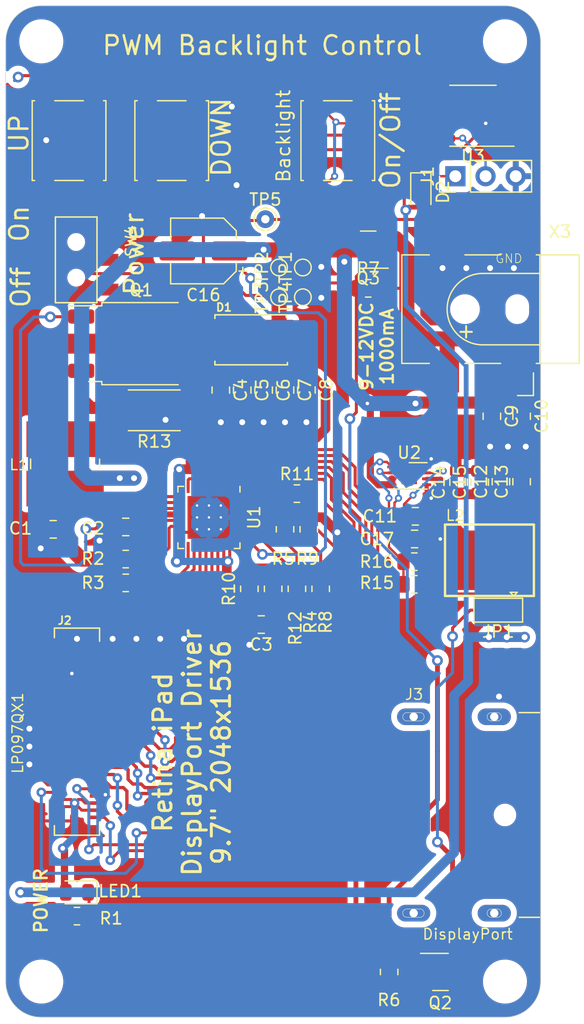
<source format=kicad_pcb>
(kicad_pcb (version 20221018) (generator pcbnew)

  (general
    (thickness 1.6)
  )

  (paper "A4")
  (layers
    (0 "F.Cu" signal)
    (31 "B.Cu" signal)
    (32 "B.Adhes" user "B.Adhesive")
    (33 "F.Adhes" user "F.Adhesive")
    (34 "B.Paste" user)
    (35 "F.Paste" user)
    (36 "B.SilkS" user "B.Silkscreen")
    (37 "F.SilkS" user "F.Silkscreen")
    (38 "B.Mask" user)
    (39 "F.Mask" user)
    (40 "Dwgs.User" user "User.Drawings")
    (41 "Cmts.User" user "User.Comments")
    (42 "Eco1.User" user "User.Eco1")
    (43 "Eco2.User" user "User.Eco2")
    (44 "Edge.Cuts" user)
    (45 "Margin" user)
    (46 "B.CrtYd" user "B.Courtyard")
    (47 "F.CrtYd" user "F.Courtyard")
    (48 "B.Fab" user)
    (49 "F.Fab" user)
    (50 "User.1" user)
    (51 "User.2" user)
    (52 "User.3" user)
    (53 "User.4" user)
    (54 "User.5" user)
    (55 "User.6" user)
    (56 "User.7" user)
    (57 "User.8" user)
    (58 "User.9" user)
  )

  (setup
    (pad_to_mask_clearance 0)
    (pcbplotparams
      (layerselection 0x00010fc_ffffffff)
      (plot_on_all_layers_selection 0x0000000_00000000)
      (disableapertmacros false)
      (usegerberextensions false)
      (usegerberattributes true)
      (usegerberadvancedattributes true)
      (creategerberjobfile true)
      (dashed_line_dash_ratio 12.000000)
      (dashed_line_gap_ratio 3.000000)
      (svgprecision 4)
      (plotframeref false)
      (viasonmask false)
      (mode 1)
      (useauxorigin false)
      (hpglpennumber 1)
      (hpglpenspeed 20)
      (hpglpendiameter 15.000000)
      (dxfpolygonmode true)
      (dxfimperialunits true)
      (dxfusepcbnewfont true)
      (psnegative false)
      (psa4output false)
      (plotreference true)
      (plotvalue true)
      (plotinvisibletext false)
      (sketchpadsonfab false)
      (subtractmaskfromsilk false)
      (outputformat 1)
      (mirror false)
      (drillshape 1)
      (scaleselection 1)
      (outputdirectory "")
    )
  )

  (net 0 "")
  (net 1 "GND")
  (net 2 "VCC")
  (net 3 "+9V")
  (net 4 "Net-(JP1-A)")
  (net 5 "Net-(U1-INTVCC)")
  (net 6 "Net-(C3-Pad1)")
  (net 7 "Net-(U2-BOOST)")
  (net 8 "Net-(D2-K)")
  (net 9 "Net-(D1-A)")
  (net 10 "PWM")
  (net 11 "Net-(LED1-K)")
  (net 12 "unconnected-(SW4B-C-Pad6)")
  (net 13 "Net-(Q1-G)")
  (net 14 "Net-(Q1-S)")
  (net 15 "Net-(U1-SHDN{slash}UVLO)")
  (net 16 "Net-(U1-#FAULT)")
  (net 17 "Net-(U1-TSET)")
  (net 18 "SWD")
  (net 19 "Net-(U1-OVPSET)")
  (net 20 "Net-(U1-RT)")
  (net 21 "Net-(U1-ISET)")
  (net 22 "Net-(U1-VC)")
  (net 23 "unconnected-(U1-CTRL-Pad29)")
  (net 24 "Net-(J2-HOTPLUG)")
  (net 25 "Net-(J2-AUX_P)")
  (net 26 "Net-(J2-AUX_N)")
  (net 27 "Net-(J2-LANE0_N)")
  (net 28 "unconnected-(J2-NC@1-Pad13)")
  (net 29 "Net-(J2-LANE0_P)")
  (net 30 "Net-(J2-LANE1_N)")
  (net 31 "unconnected-(J2-NC@2-Pad17)")
  (net 32 "Net-(J2-LANE1_P)")
  (net 33 "Net-(J2-LANE2_N)")
  (net 34 "unconnected-(J2-NC@3-Pad21)")
  (net 35 "Net-(J2-LANE2_P)")
  (net 36 "Net-(J2-LANE3_N)")
  (net 37 "unconnected-(J2-NC@4-Pad25)")
  (net 38 "Net-(J2-LANE3_P)")
  (net 39 "unconnected-(J2-NC@5-Pad44)")
  (net 40 "unconnected-(J2-NC@6-Pad47)")
  (net 41 "unconnected-(J2-NC@7-Pad50)")
  (net 42 "unconnected-(J3-RETURN-Pad19)")
  (net 43 "Net-(U2-VCC)")
  (net 44 "Net-(U2-VFB)")
  (net 45 "Net-(U2-SW)")
  (net 46 "Net-(U1-VREF)")
  (net 47 "+3.3V")
  (net 48 "Net-(Q3-S)")
  (net 49 "BL_UP")
  (net 50 "BL_DN")
  (net 51 "BL_PWR")
  (net 52 "unconnected-(U3-PA1{slash}PD6-Pad1)")
  (net 53 "Net-(Q2-G)")
  (net 54 "+24V")
  (net 55 "LEDK_B6")
  (net 56 "LEDK_B5")
  (net 57 "LEDK_B4")
  (net 58 "LEDK_B3")
  (net 59 "LEDK_B2")
  (net 60 "LEDK_B1")
  (net 61 "LEDK_A6")
  (net 62 "LEDK_A5")
  (net 63 "LEDK_A4")
  (net 64 "LEDK_A3")
  (net 65 "LEDK_A2")
  (net 66 "LEDK_A1")
  (net 67 "DPP")

  (footprint "Resistor_SMD:R_0805_2012Metric" (layer "F.Cu") (at 158.2591 143.6936 -90))

  (footprint "switches:CK-AYZ0202AGRLC-DPDT" (layer "F.Cu") (at 131.9351 83.8616 -90))

  (footprint "Capacitor_SMD:C_0805_2012Metric" (layer "F.Cu") (at 166.9011 97.0036 -90))

  (footprint "Capacitor_SMD:C_0805_2012Metric" (layer "F.Cu") (at 149.5011 94.8036 -90))

  (footprint "MountingHole:MountingHole_3.2mm_M3" (layer "F.Cu") (at 168.0011 144.5036))

  (footprint "Capacitor_SMD:C_0805_2012Metric" (layer "F.Cu") (at 167.6631 102.5036 90))

  (footprint "Capacitor_SMD:C_0805_2012Metric" (layer "F.Cu") (at 160.462 105.41))

  (footprint "Capacitor_SMD:C_0805_2012Metric" (layer "F.Cu") (at 160.3975 107.315))

  (footprint "Capacitor_SMD:C_0805_2012Metric" (layer "F.Cu") (at 169.4011 102.5036 90))

  (footprint "Package_TO_SOT_SMD:SOT-23" (layer "F.Cu") (at 162.5771 143.6936))

  (footprint "Capacitor_SMD:C_0805_2012Metric" (layer "F.Cu") (at 147.5011 114.5036 180))

  (footprint "Capacitor_SMD:C_0805_2012Metric" (layer "F.Cu") (at 165.8791 102.5456 90))

  (footprint "Fiducial:Fiducial_1mm_Mask2mm" (layer "F.Cu") (at 135.9011 100.0036))

  (footprint "Resistor_SMD:R_0805_2012Metric" (layer "F.Cu") (at 160.3775 111.125))

  (footprint "Diode_SMD:D_SOD-323" (layer "F.Cu") (at 160.9261 78.1616 -90))

  (footprint "Resistor_SMD:R_0805_2012Metric" (layer "F.Cu") (at 152.5011 111.5036 -90))

  (footprint "Resistor_SMD:R_0805_2012Metric" (layer "F.Cu") (at 132.0011 139.0036 180))

  (footprint "MountingHole:MountingHole_3.2mm_M3" (layer "F.Cu") (at 129.0011 65.5036))

  (footprint "Resistor_SMD:R_0805_2012Metric" (layer "F.Cu") (at 156.5011 86.2536))

  (footprint "Fiducial:Fiducial_1mm_Mask2mm" (layer "F.Cu") (at 132.5011 142.7536))

  (footprint "Resistor_SMD:R_0805_2012Metric" (layer "F.Cu") (at 136.1011 109.0036 180))

  (footprint "Connector_PinHeader_2.54mm:PinHeader_1x03_P2.54mm_Vertical" (layer "F.Cu") (at 163.83 76.835 90))

  (footprint "TO-SOT-SMD:TO-252-2_TabPin4" (layer "F.Cu") (at 137.4011 90.9036))

  (footprint "Package_SO:SOIC-8_3.9x4.9mm_P1.27mm" (layer "F.Cu") (at 165.31 71.755 180))

  (footprint "inductors:Inductor_6X6mm" (layer "F.Cu") (at 131.0011 101.0036 90))

  (footprint "MountingHole:MountingHole_3.2mm_M3" (layer "F.Cu") (at 168.0011 65.5036))

  (footprint "Resistor_SMD:R_0805_2012Metric" (layer "F.Cu") (at 150.5011 103.5036 180))

  (footprint "TestPoint:TestPoint_Pad_D1.0mm" (layer "F.Cu") (at 151.0011 87.0036 90))

  (footprint "TestPoint:TestPoint_THTPad_D1.5mm_Drill0.7mm" (layer "F.Cu") (at 147.8451 80.4476))

  (footprint "TestPoint:TestPoint_Pad_D1.0mm" (layer "F.Cu") (at 151.0011 84.5036 90))

  (footprint "Capacitor_SMD:C_0805_2012Metric" (layer "F.Cu") (at 151.3011 94.8036 -90))

  (footprint "Capacitor_SMD:C_0805_2012Metric" (layer "F.Cu") (at 169.4011 97.0036 -90))

  (footprint "Resistor_SMD:R_0805_2012Metric" (layer "F.Cu") (at 136.1011 111.0036))

  (footprint "Package_DFN_QFN:WDFN-8-1EP_3x2mm_P0.5mm_EP1.3x1.4mm" (layer "F.Cu") (at 159.949 102.012))

  (footprint "Package_DFN_QFN:QFN-32-1EP_5x5mm_P0.5mm_EP3.6x3.6mm_ThermalVias" (layer "F.Cu") (at 143.1011 105.5036 -90))

  (footprint "Capacitor_SMD:C_0805_2012Metric" (layer "F.Cu") (at 164.1011 102.5456 90))

  (footprint "TestPoint:TestPoint_Pad_D1.0mm" (layer "F.Cu") (at 149.0011 84.5036 90))

  (footprint "Resistor_SMD:R_0805_2012Metric" (layer "F.Cu") (at 151.5011 106.5036 -90))

  (footprint "switches:SW_SPST_EVQQ2" (layer "F.Cu") (at 131.3351 73.8436 -90))

  (footprint "displayport:Conn_DisplayPort_Molex_0472720001" (layer "F.Cu") (at 168.0011 130.5036 90))

  (footprint "Resistor_SMD:R_0805_2012Metric" (layer "F.Cu")
    (tstamp b521da4a-c1b1-4e5c-ac87-56188fc3b58b)
    (at 160.3775 109.22 180)
    (descr "Resistor SMD 0805 (2012 Metric), square (rectangular) end terminal, IPC_7351 nominal, (Body size source: IPC-SM-782 page 72, https://www.pcb-3d.com/wordpress/wp-content/uploads/ipc-sm-782a_amendment_1_and_2.pdf), generated with kicad-footprint-generator")
    (tags "resistor")
    (property "DigiKey" "RMCF0805FT10K0CT-ND")
    (property "MPN" "RMCF0805FT10K0")
    (property "Mfr" "Stackpole Electronics Inc")
    (property "Sheetfile" "Adafruit Qualia Driver.kicad_sch")
    (property "Sheetname" "")
    (property "ki_description" "Resistor, US symbol")
    (property "ki_keywords" "R res resistor")
    (path "/5fd694cc-3f2d-44ca-9225-d13
... [635784 chars truncated]
</source>
